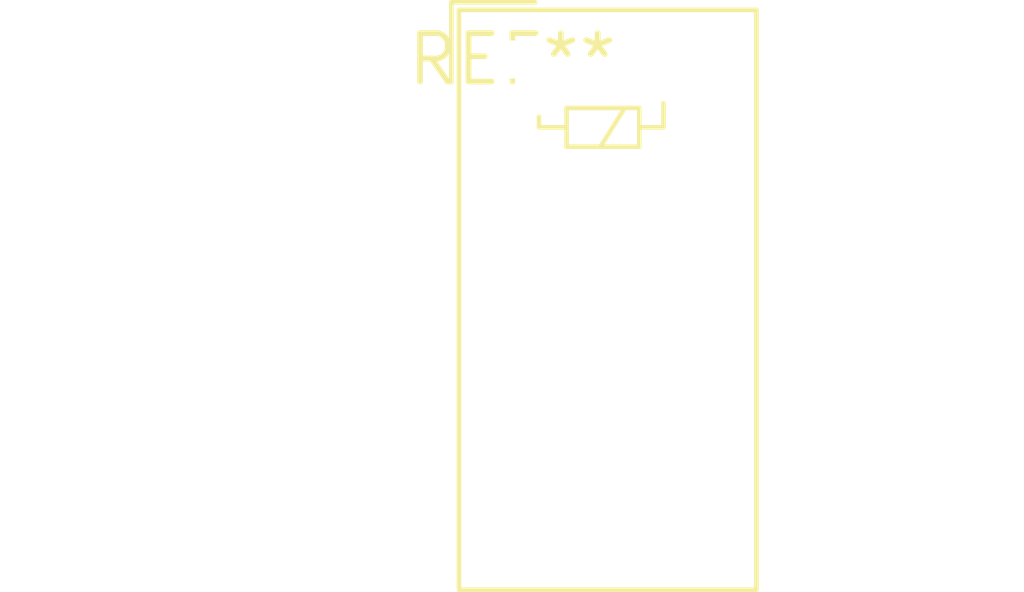
<source format=kicad_pcb>
(kicad_pcb (version 20240108) (generator pcbnew)
  (layers (0 "F.Cu" signal) (31 "B.Cu" signal) (34 "B.Paste" user) (35 "F.Paste" user) (36 "B.SilkS" user "B.Silkscreen") (37 "F.SilkS" user "F.Silkscreen") (38 "B.Mask" user) (39 "F.Mask" user) (44 "Edge.Cuts" user))
  (net 0 "")
  (footprint "Relay_DPDT_Omron_G6SK-2" (layer "F.Cu") (at 0 0)
    (property "Reference" "REF**")
    (property "Value" "Relay_DPDT_Omron_G6SK-2")
    (fp_line (start -1.6 -1.5) (end 0.6 -1.5) (layer "F.SilkS") (stroke (width 0.12)))
    (fp_line (start -1.6 0.6) (end -1.6 -1.5) (layer "F.SilkS") (stroke (width 0.12)))
    (fp_line (start -1.4 -1.3) (end 6.4 -1.3) (layer "F.SilkS") (stroke (width 0.12)))
    (fp_line (start -1.4 13.9) (end -1.4 -1.3) (layer "F.SilkS") (stroke (width 0.12)))
    (fp_line (start 0.7 1.5) (end 0.7 1.778) (layer "F.SilkS") (stroke (width 0.12)))
    (fp_line (start 0.7 1.778) (end 1.422 1.778) (layer "F.SilkS") (stroke (width 0.12)))
    (fp_line (start 1.422 1.27) (end 1.422 2.286) (layer "F.SilkS") (stroke (width 0.12)))
    (fp_line (start 1.422 2.286) (end 3.327 2.286) (layer "F.SilkS") (stroke (width 0.12)))
    (fp_line (start 2.946 1.27) (end 2.311 2.286) (layer "F.SilkS") (stroke (width 0.12)))
    (fp_line (start 3.327 1.27) (end 1.422 1.27) (layer "F.SilkS") (stroke (width 0.12)))
    (fp_line (start 3.327 1.27) (end 3.327 2.286) (layer "F.SilkS") (stroke (width 0.12)))
    (fp_line (start 3.962 1.143) (end 3.962 1.778) (layer "F.SilkS") (stroke (width 0.12)))
    (fp_line (start 3.962 1.778) (end 3.327 1.778) (layer "F.SilkS") (stroke (width 0.12)))
    (fp_line (start 6.4 -1.3) (end 6.4 13.9) (layer "F.SilkS") (stroke (width 0.12)))
    (fp_line (start 6.4 13.9) (end -1.4 13.9) (layer "F.SilkS") (stroke (width 0.12)))
    (pad "1" thru_hole rect (at 0 0) (size 2 2) (drill 1) (layers *.Cu *.Mask) (remove_unused_layers))
    (pad "3" thru_hole circle (at 0 5.08) (size 2 2) (drill 1) (layers *.Cu *.Mask) (remove_unused_layers))
    (pad "4" thru_hole circle (at 0 7.62 270) (size 2 2) (drill 1) (layers *.Cu *.Mask) (remove_unused_layers))
    (pad "5" thru_hole circle (at 0 10.16) (size 2 2) (drill 1) (layers *.Cu *.Mask) (remove_unused_layers))
    (pad "6" thru_hole circle (at 0 12.7) (size 2 2) (drill 1) (layers *.Cu *.Mask) (remove_unused_layers))
    (pad "7" thru_hole circle (at 5.08 12.7) (size 2 2) (drill 1) (layers *.Cu *.Mask) (remove_unused_layers))
    (pad "8" thru_hole circle (at 5.08 10.16) (size 2 2) (drill 1) (layers *.Cu *.Mask) (remove_unused_layers))
    (pad "9" thru_hole circle (at 5.08 7.62 270) (size 2 2) (drill 1) (layers *.Cu *.Mask) (remove_unused_layers))
    (pad "10" thru_hole circle (at 5.08 5.08) (size 2 2) (drill 1) (layers *.Cu *.Mask) (remove_unused_layers))
    (pad "12" thru_hole circle (at 5.08 0) (size 2 2) (drill 1) (layers *.Cu *.Mask) (remove_unused_layers))
  )
)
</source>
